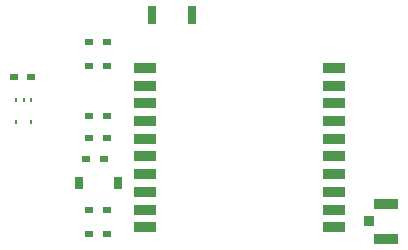
<source format=gtp>
%TF.GenerationSoftware,KiCad,Pcbnew,4.0.5-e0-6337~49~ubuntu16.04.1*%
%TF.CreationDate,2017-08-14T18:45:29-07:00*%
%TF.ProjectId,fgpmmopa6h-gps-breakout,6667706D6D6F706136682D6770732D62,v1.0*%
%TF.FileFunction,Paste,Top*%
%FSLAX46Y46*%
G04 Gerber Fmt 4.6, Leading zero omitted, Abs format (unit mm)*
G04 Created by KiCad (PCBNEW 4.0.5-e0-6337~49~ubuntu16.04.1) date Mon Aug 14 18:45:29 2017*
%MOMM*%
%LPD*%
G01*
G04 APERTURE LIST*
%ADD10C,0.350000*%
%ADD11R,0.847600X0.847600*%
%ADD12R,2.047600X0.847600*%
%ADD13R,0.647600X0.597600*%
%ADD14R,0.647600X1.547600*%
%ADD15R,0.267600X0.447600*%
%ADD16R,0.757600X1.067600*%
%ADD17R,1.846580X0.848360*%
G04 APERTURE END LIST*
D10*
D11*
X38996620Y-56748680D03*
D12*
X40496620Y-55248680D03*
X40496620Y-58248680D03*
D13*
X8921620Y-44556680D03*
X10421620Y-44556680D03*
X16811120Y-47858680D03*
X15311120Y-47858680D03*
X16811120Y-41572180D03*
X15311120Y-41572180D03*
X16835120Y-43604180D03*
X15335120Y-43604180D03*
X15081120Y-51478180D03*
X16581120Y-51478180D03*
X15335120Y-55796180D03*
X16835120Y-55796180D03*
X15311120Y-49700180D03*
X16811120Y-49700180D03*
X16811120Y-57828180D03*
X15311120Y-57828180D03*
D14*
X20645120Y-39286180D03*
X24045120Y-39286180D03*
D15*
X10421620Y-46466680D03*
X9121620Y-46466680D03*
X10421620Y-48366680D03*
X9771620Y-46466680D03*
X9121620Y-48366680D03*
D16*
X14477120Y-53510180D03*
X17747120Y-53510180D03*
D17*
X20010120Y-43756580D03*
X20010120Y-45255180D03*
X20010120Y-46756320D03*
X20010120Y-48254920D03*
X20010120Y-49756060D03*
X20010120Y-51254660D03*
X20010120Y-52755800D03*
X20010120Y-54254400D03*
X20010120Y-55755540D03*
X20010120Y-57254140D03*
X36012120Y-57254140D03*
X36012120Y-55755540D03*
X36012120Y-54254400D03*
X36012120Y-52755800D03*
X36012120Y-51254660D03*
X36012120Y-49756060D03*
X36012120Y-48254920D03*
X36012120Y-46756320D03*
X36012120Y-45255180D03*
X36012120Y-43756580D03*
M02*

</source>
